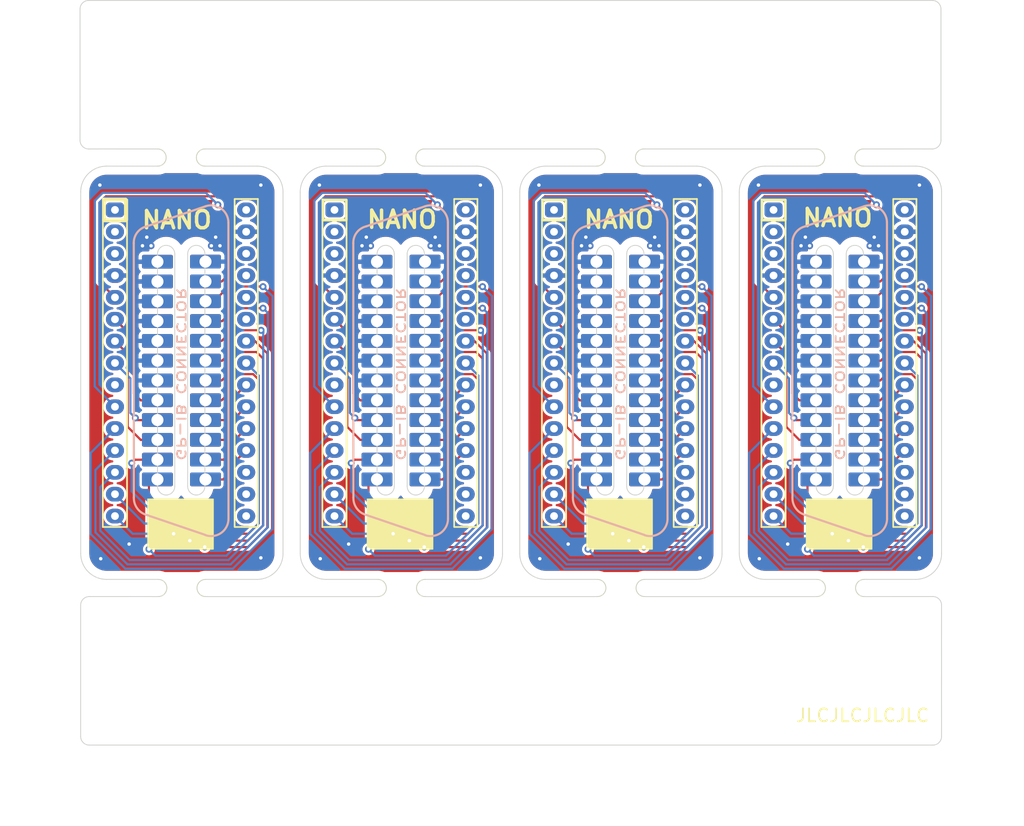
<source format=kicad_pcb>
(kicad_pcb (version 20211014) (generator pcbnew)
  (layers (0 "F.Cu" signal) (31 "B.Cu" signal) (34 "B.Paste" user) (35 "F.Paste" user) (36 "B.SilkS" user "B.Silkscreen") (37 "F.SilkS" user "F.Silkscreen") (38 "B.Mask" user) (39 "F.Mask" user) (44 "Edge.Cuts" user))
  (net 0 "")
  (net 1 "Net-(A1-Pad1)")
  (net 2 "Net-(A1-Pad17)")
  (net 3 "Net-(A1-Pad2)")
  (net 4 "Net-(A1-Pad18)")
  (net 5 "Net-(A1-Pad3)")
  (net 6 "/A0-DIO1")
  (net 7 "GND")
  (net 8 "/A1-DIO2")
  (net 9 "/D2-SRQ")
  (net 10 "/A2-DIO3")
  (net 11 "/D3-REN")
  (net 12 "/A3-DIO4")
  (net 13 "/D4-DIO7")
  (net 14 "/A4-DIO5")
  (net 15 "/D5-DIO8")
  (net 16 "/A5-DIO6")
  (net 17 "Net-(A1-Pad9)")
  (net 18 "Net-(A1-Pad25)")
  (net 19 "/D7-ATN")
  (net 20 "Net-(A1-Pad26)")
  (net 21 "/D8-IFC")
  (net 22 "Net-(A1-Pad27)")
  (net 23 "/D9-NDAC")
  (net 24 "Net-(A1-Pad28)")
  (net 25 "/D10-NRFD")
  (net 26 "/D11-DAV")
  (net 27 "Net-(A1-Pad30)")
  (net 28 "/D12-EOI")
  (net 29 "Net-(A1-Pad16)")
  (footprint "Module:Arduino_Nano" (layer "F.Cu") (at 99.455001 76.785001)
    (fp_text reference "A1" hide)
    (fp_text value "Arduino_Nano_v3.x")
  )
  (footprint "Arduino_GPIB_Adapter:Centronics_24Pin_Castelated" (layer "F.Cu") (at 107.15 95.45 -90)
    (fp_text reference "P1" hide)
    (fp_text value "GPIB")
    (fp_line (start 13.45 -0.75) (end -13.55 -0.75) (layer "Edge.Cuts") (width 0.1))
    (fp_line (start -13.55 -2.75) (end 13.45 -2.75) (layer "Edge.Cuts") (width 0.1))
    (fp_line (start -13.55 2.75) (end 13.45 2.75) (layer "Edge.Cuts") (width 0.1))
    (fp_line (start 13.45 0.75) (end -13.55 0.75) (layer "Edge.Cuts") (width 0.1))
    (fp_arc (start 13.45 -2.75) (mid 14.45 -1.75) (end 13.45 -0.75) (layer "Edge.Cuts") (width 0.1))
    (fp_arc (start -13.55 -0.75) (mid -14.55 -1.75) (end -13.55 -2.75) (layer "Edge.Cuts") (width 0.1))
    (fp_arc (start -13.55 2.75) (mid -14.55 1.75) (end -13.55 0.75) (layer "Edge.Cuts") (width 0.1))
    (fp_arc (start 13.45 0.75) (mid 14.45 1.75) (end 13.45 2.75) (layer "Edge.Cuts") (width 0.1))
  )
  (footprint "Arduino_GPIB_Adapter:mouse-bite-single-side" (layer "F.Cu") (at 158.91 70.7 180)
    (fp_text reference "mouse-bite-2mm-slot" hide)
    (fp_text value "VAL**" hide)
  )
  (footprint "Arduino_GPIB_Adapter:mouse-bite-single-side" (layer "F.Cu") (at 184.41 70.7 180)
    (fp_text reference "mouse-bite-2mm-slot" hide)
    (fp_text value "VAL**" hide)
  )
  (footprint "Module:Arduino_Nano" (layer "F.Cu") (at 150.455001 76.785001)
    (fp_text reference "A1" hide)
    (fp_text value "Arduino_Nano_v3.x")
  )
  (footprint "Arduino_GPIB_Adapter:Centronics_24Pin_Castelated" (layer "F.Cu") (at 132.65 95.45 -90)
    (fp_text reference "P1" hide)
    (fp_text value "GPIB")
    (fp_line (start -13.55 2.75) (end 13.45 2.75) (layer "Edge.Cuts") (width 0.1))
    (fp_line (start 13.45 -0.75) (end -13.55 -0.75) (layer "Edge.Cuts") (width 0.1))
    (fp_line (start 13.45 0.75) (end -13.55 0.75) (layer "Edge.Cuts") (width 0.1))
    (fp_line (start -13.55 -2.75) (end 13.45 -2.75) (layer "Edge.Cuts") (width 0.1))
    (fp_arc (start 13.45 0.75) (mid 14.45 1.75) (end 13.45 2.75) (layer "Edge.Cuts") (width 0.1))
    (fp_arc (start 13.45 -2.75) (mid 14.45 -1.75) (end 13.45 -0.75) (layer "Edge.Cuts") (width 0.1))
    (fp_arc (start -13.55 -0.75) (mid -14.55 -1.75) (end -13.55 -2.75) (layer "Edge.Cuts") (width 0.1))
    (fp_arc (start -13.55 2.75) (mid -14.55 1.75) (end -13.55 0.75) (layer "Edge.Cuts") (width 0.1))
  )
  (footprint "Arduino_GPIB_Adapter:mouse-bite-single-side" (layer "F.Cu") (at 157.48 120.7)
    (fp_text reference "mouse-bite-2mm-slot" hide)
    (fp_text value "VAL**" hide)
  )
  (footprint "Arduino_GPIB_Adapter:mouse-bite-single-side" (layer "F.Cu") (at 107.91 70.7 180)
    (fp_text reference "mouse-bite-2mm-slot" hide)
    (fp_text value "VAL**" hide)
  )
  (footprint "Arduino_GPIB_Adapter:mouse-bite-single-side" (layer "F.Cu") (at 182.98 120.7)
    (fp_text reference "mouse-bite-2mm-slot" hide)
    (fp_text value "VAL**" hide)
  )
  (footprint "Arduino_GPIB_Adapter:mouse-bite-single-side" (layer "F.Cu") (at 106.48 120.7)
    (fp_text reference "mouse-bite-2mm-slot" hide)
    (fp_text value "VAL**" hide)
  )
  (footprint "Arduino_GPIB_Adapter:mouse-bite-single-side" (layer "F.Cu") (at 131.98 120.7)
    (fp_text reference "mouse-bite-2mm-slot" hide)
    (fp_text value "VAL**" hide)
  )
  (footprint "Arduino_GPIB_Adapter:Centronics_24Pin_Castelated" (layer "F.Cu") (at 183.65 95.45 -90)
    (fp_text reference "P1" hide)
    (fp_text value "GPIB")
    (fp_line (start 13.45 -0.75) (end -13.55 -0.75) (layer "Edge.Cuts") (width 0.1))
    (fp_line (start -13.55 2.75) (end 13.45 2.75) (layer "Edge.Cuts") (width 0.1))
    (fp_line (start 13.45 0.75) (end -13.55 0.75) (layer "Edge.Cuts") (width 0.1))
    (fp_line (start -13.55 -2.75) (end 13.45 -2.75) (layer "Edge.Cuts") (width 0.1))
    (fp_arc (start -13.55 -0.75) (mid -14.55 -1.75) (end -13.55 -2.75) (layer "Edge.Cuts") (width 0.1))
    (fp_arc (start 13.45 -2.75) (mid 14.45 -1.75) (end 13.45 -0.75) (layer "Edge.Cuts") (width 0.1))
    (fp_arc (start -13.55 2.75) (mid -14.55 1.75) (end -13.55 0.75) (layer "Edge.Cuts") (width 0.1))
    (fp_arc (start 13.45 0.75) (mid 14.45 1.75) (end 13.45 2.75) (layer "Edge.Cuts") (width 0.1))
  )
  (footprint "Module:Arduino_Nano" (layer "F.Cu") (at 124.955001 76.785001)
    (fp_text reference "A1" hide)
    (fp_text value "Arduino_Nano_v3.x")
  )
  (footprint "Arduino_GPIB_Adapter:Centronics_24Pin_Castelated" (layer "F.Cu") (at 158.15 95.45 -90)
    (fp_text reference "P1" hide)
    (fp_text value "GPIB")
    (fp_line (start 13.45 -0.75) (end -13.55 -0.75) (layer "Edge.Cuts") (width 0.1))
    (fp_line (start -13.55 2.75) (end 13.45 2.75) (layer "Edge.Cuts") (width 0.1))
    (fp_line (start 13.45 0.75) (end -13.55 0.75) (layer "Edge.Cuts") (width 0.1))
    (fp_line (start -13.55 -2.75) (end 13.45 -2.75) (layer "Edge.Cuts") (width 0.1))
    (fp_arc (start 13.45 0.75) (mid 14.45 1.75) (end 13.45 2.75) (layer "Edge.Cuts") (width 0.1))
    (fp_arc (start -13.55 2.75) (mid -14.55 1.75) (end -13.55 0.75) (layer "Edge.Cuts") (width 0.1))
    (fp_arc (start 13.45 -2.75) (mid 14.45 -1.75) (end 13.45 -0.75) (layer "Edge.Cuts") (width 0.1))
    (fp_arc (start -13.55 -0.75) (mid -14.55 -1.75) (end -13.55 -2.75) (layer "Edge.Cuts") (width 0.1))
  )
  (footprint "Module:Arduino_Nano" (layer "F.Cu") (at 175.955001 76.785001)
    (fp_text reference "A1" hide)
    (fp_text value "Arduino_Nano_v3.x")
  )
  (footprint "Arduino_GPIB_Adapter:mouse-bite-single-side" (layer "F.Cu") (at 133.41 70.7 180)
    (fp_text reference "mouse-bite-2mm-slot" hide)
    (fp_text value "VAL**" hide)
  )
  (gr_rect (start 98.175001 75.565001) (end 100.7 78.02) (layer "F.SilkS") (width 0.4) (fill none))
  (gr_arc (start 98.475 119.7) (mid 96.35368 118.82132) (end 95.475 116.7) (layer "Edge.Cuts") (width 0.1))
  (gr_arc (start 186.49 121.7) (mid 185.49 120.7) (end 186.49 119.7) (layer "Edge.Cuts") (width 0.1))
  (gr_line (start 160.91 69.7) (end 180.9 69.7) (layer "Edge.Cuts") (width 0.1))
  (gr_line (start 95.47 137.95) (end 95.470001 122.697106) (layer "Edge.Cuts") (width 0.1))
  (gr_line (start 166.975 71.7) (end 160.91 71.7) (layer "Edge.Cuts") (width 0.1))
  (gr_line (start 174.975 119.7) (end 180.98 119.7) (layer "Edge.Cuts") (width 0.1))
  (gr_line (start 160.99 121.7) (end 180.98 121.7) (layer "Edge.Cuts") (width 0.1))
  (gr_line (start 109.99 121.7) (end 129.98 121.7) (layer "Edge.Cuts") (width 0.1))
  (gr_arc (start 109.91 71.7) (mid 108.91 70.7) (end 109.91 69.7) (layer "Edge.Cuts") (width 0.1))
  (gr_arc (start 195.399999 68.702894) (mid 195.107105 69.41) (end 194.399999 69.702894) (layer "Edge.Cuts") (width 0.1))
  (gr_line (start 155.4 71.7) (end 149.475 71.7) (layer "Edge.Cuts") (width 0.1))
  (gr_arc (start 135.49 121.7) (mid 134.49 120.7) (end 135.49 119.7) (layer "Edge.Cuts") (width 0.1))
  (gr_arc (start 146.475 74.7) (mid 147.35368 72.57868) (end 149.475 71.7) (layer "Edge.Cuts") (width 0.1))
  (gr_line (start 149.475 119.7) (end 155.48 119.7) (layer "Edge.Cuts") (width 0.1))
  (gr_line (start 195.472894 122.697107) (end 195.47 137.95) (layer "Edge.Cuts") (width 0.1))
  (gr_arc (start 171.975 74.7) (mid 172.85368 72.57868) (end 174.975 71.7) (layer "Edge.Cuts") (width 0.1))
  (gr_arc (start 141.475 71.7) (mid 143.59632 72.57868) (end 144.475 74.7) (layer "Edge.Cuts") (width 0.1))
  (gr_line (start 115.975 71.7) (end 109.91 71.7) (layer "Edge.Cuts") (width 0.1))
  (gr_arc (start 192.475 71.7) (mid 194.59632 72.57868) (end 195.475 74.7) (layer "Edge.Cuts") (width 0.1))
  (gr_line (start 135.49 119.7) (end 141.475 119.7) (layer "Edge.Cuts") (width 0.1))
  (gr_line (start 95.397106 68.702893) (end 95.4 53.45) (layer "Edge.Cuts") (width 0.1))
  (gr_line (start 96.397106 69.702893) (end 104.4 69.7) (layer "Edge.Cuts") (width 0.1))
  (gr_arc (start 180.98 119.7) (mid 181.98 120.7) (end 180.98 121.7) (layer "Edge.Cuts") (width 0.1))
  (gr_line (start 171.975 74.7) (end 171.975 116.7) (layer "Edge.Cuts") (width 0.1))
  (gr_line (start 194.472894 121.697107) (end 186.49 121.7) (layer "Edge.Cuts") (width 0.1))
  (gr_arc (start 129.98 119.7) (mid 130.98 120.7) (end 129.98 121.7) (layer "Edge.Cuts") (width 0.1))
  (gr_arc (start 186.41 71.7) (mid 185.41 70.7) (end 186.41 69.7) (layer "Edge.Cuts") (width 0.1))
  (gr_line (start 120.975 74.7) (end 120.975 116.7) (layer "Edge.Cuts") (width 0.1))
  (gr_arc (start 104.4 69.7) (mid 105.4 70.7) (end 104.4 71.7) (layer "Edge.Cuts") (width 0.1))
  (gr_line (start 109.99 119.7) (end 115.975 119.7) (layer "Edge.Cuts") (width 0.1))
  (gr_arc (start 169.975 116.7) (mid 169.09632 118.82132) (end 166.975 119.7) (layer "Edge.Cuts") (width 0.1))
  (gr_arc (start 149.475 119.7) (mid 147.35368 118.82132) (end 146.475 116.7) (layer "Edge.Cuts") (width 0.1))
  (gr_line (start 169.975 116.7) (end 169.975 74.7) (layer "Edge.Cuts") (width 0.1))
  (gr_arc (start 174.975 119.7) (mid 172.85368 118.82132) (end 171.975 116.7) (layer "Edge.Cuts") (width 0.1))
  (gr_line (start 186.49 119.7) (end 192.475 119.7) (layer "Edge.Cuts") (width 0.1))
  (gr_line (start 195.4 53.45) (end 195.399999 68.702894) (layer "Edge.Cuts") (width 0.1))
  (gr_arc (start 95.470001 122.697106) (mid 95.762895 121.99) (end 96.470001 121.697106) (layer "Edge.Cuts") (width 0.1))
  (gr_arc (start 95.475 74.7) (mid 96.35368 72.57868) (end 98.475 71.7) (layer "Edge.Cuts") (width 0.1))
  (gr_line (start 135.49 121.7) (end 155.48 121.7) (layer "Edge.Cuts") (width 0.1))
  (gr_arc (start 118.975 116.7) (mid 118.09632 118.82132) (end 115.975 119.7) (layer "Edge.Cuts") (width 0.1))
  (gr_arc (start 155.4 69.7) (mid 156.4 70.7) (end 155.4 71.7) (layer "Edge.Cuts") (width 0.1))
  (gr_line (start 104.48 121.7) (end 96.470001 121.697106) (layer "Edge.Cuts") (width 0.1))
  (gr_line (start 146.475 74.7) (end 146.475 116.7) (layer "Edge.Cuts") (width 0.1))
  (gr_arc (start 180.9 69.7) (mid 181.9 70.7) (end 180.9 71.7) (layer "Edge.Cuts") (width 0.1))
  (gr_arc (start 160.99 121.7) (mid 159.99 120.7) (end 160.99 119.7) (layer "Edge.Cuts") (width 0.1))
  (gr_line (start 186.41 69.7) (end 194.399999 69.702894) (layer "Edge.Cuts") (width 0.1))
  (gr_line (start 109.91 69.7) (end 129.9 69.7) (layer "Edge.Cuts") (width 0.1))
  (gr_line (start 192.475 71.7) (end 186.41 71.7) (layer "Edge.Cuts") (width 0.1))
  (gr_line (start 135.41 69.7) (end 155.4 69.7) (layer "Edge.Cuts") (width 0.1))
  (gr_arc (start 96.47 138.95) (mid 95.762894 138.657106) (end 95.47 137.95) (layer "Edge.Cuts") (width 0.1))
  (gr_line (start 194.47 138.95) (end 96.47 138.95) (layer "Edge.Cuts") (width 0.1))
  (gr_arc (start 195.475 116.7) (mid 194.59632 118.82132) (end 192.475 119.7) (layer "Edge.Cuts") (width 0.1))
  (gr_line (start 95.475 74.7) (end 95.475 116.7) (layer "Edge.Cuts") (width 0.1))
  (gr_arc (start 195.47 137.95) (mid 195.177106 138.657106) (end 194.47 138.95) (layer "Edge.Cuts") (width 0.1))
  (gr_arc (start 95.4 53.45) (mid 95.692894 52.742894) (end 96.4 52.45) (layer "Edge.Cuts") (width 0.1))
  (gr_arc (start 144.475 116.7) (mid 143.59632 118.82132) (end 141.475 119.7) (layer "Edge.Cuts") (width 0.1))
  (gr_line (start 123.975 119.7) (end 129.98 119.7) (layer "Edge.Cuts") (width 0.1))
  (gr_arc (start 104.48 119.7) (mid 105.48 120.7) (end 104.48 121.7) (layer "Edge.Cuts") (width 0.1))
  (gr_line (start 180.9 71.7) (end 174.975 71.7) (layer "Edge.Cuts") (width 0.1))
  (gr_arc (start 96.397106 69.702893) (mid 95.69 69.409999) (end 95.397106 68.702893) (layer "Edge.Cuts") (width 0.1))
  (gr_arc (start 120.975 74.7) (mid 121.85368 72.57868) (end 123.975 71.7) (layer "Edge.Cuts") (width 0.1))
  (gr_line (start 195.475 116.7) (end 195.475 74.7) (layer "Edge.Cuts") (width 0.1))
  (gr_line (start 141.475 71.7) (end 135.41 71.7) (layer "Edge.Cuts") (width 0.1))
  (gr_arc (start 194.4 52.45) (mid 195.107106 52.742894) (end 195.4 53.45) (layer "Edge.Cuts") (width 0.1))
  (gr_line (start 96.4 52.45) (end 194.4 52.45) (layer "Edge.Cuts") (width 0.1))
  (gr_arc (start 166.975 71.7) (mid 169.09632 72.57868) (end 169.975 74.7) (layer "Edge.Cuts") (width 0.1))
  (gr_line (start 129.9 71.7) (end 123.975 71.7) (layer "Edge.Cuts") (width 0.1))
  (gr_arc (start 129.9 69.7) (mid 130.9 70.7) (end 129.9 71.7) (layer "Edge.Cuts") (width 0.1))
  (gr_arc (start 155.48 119.7) (mid 156.48 120.7) (end 155.48 121.7) (layer "Edge.Cuts") (width 0.1))
  (gr_arc (start 160.91 71.7) (mid 159.91 70.7) (end 160.91 69.7) (layer "Edge.Cuts") (width 0.1))
  (gr_arc (start 135.41 71.7) (mid 134.41 70.7) (end 135.41 69.7) (layer "Edge.Cuts") (width 0.1))
  (gr_arc (start 115.975 71.7) (mid 118.09632 72.57868) (end 118.975 74.7) (layer "Edge.Cuts") (width 0.1))
  (gr_line (start 160.99 119.7) (end 166.975 119.7) (layer "Edge.Cuts") (width 0.1))
  (gr_arc (start 109.99 121.7) (mid 108.99 120.7) (end 109.99 119.7) (layer "Edge.Cuts") (width 0.1))
  (gr_arc (start 123.975 119.7) (mid 121.85368 118.82132) (end 120.975 116.7) (layer "Edge.Cuts") (width 0.1))
  (gr_line (start 118.975 116.7) (end 118.975 74.7) (layer "Edge.Cuts") (width 0.1))
  (gr_line (start 104.4 71.7) (end 98.475 71.7) (layer "Edge.Cuts") (width 0.1))
  (gr_line (start 144.475 116.7) (end 144.475 74.7) (layer "Edge.Cuts") (width 0.1))
  (gr_line (start 98.475 119.7) (end 104.48 119.7) (layer "Edge.Cuts") (width 0.1))
  (gr_arc (start 194.472894 121.697107) (mid 195.18 121.990001) (end 195.472894 122.697107) (layer "Edge.Cuts") (width 0.1))
  (gr_text "GP-IB CONNECTOR" (at 107.12 95.87 270) (layer "B.SilkS") (effects (font (size 1 1.4) (thickness 0.2)) (justify mirror)))
  (gr_text "GP-IB CONNECTOR" (at 158.12 95.87 270) (layer "B.SilkS") (effects (font (size 1 1.4) (thickness 0.2)) (justify mirror)))
  (gr_text "GP-IB CONNECTOR" (at 132.62 95.87 270) (layer "B.SilkS") (effects (font (size 1 1.4) (thickness 0.2)) (justify mirror)))
  (gr_text "GP-IB CONNECTOR" (at 183.62 95.87 270) (layer "B.SilkS") (effects (font (size 1 1.4) (thickness 0.2)) (justify mirror)))
  (gr_text "NANO" (at 106.65 77.95) (layer "F.SilkS") (effects (font (size 2 2) (thickness 0.4))))
  (gr_text "JLCJLCJLCJLC" (at 186.3 135.5) (layer "F.SilkS") (effects (font (size 1.5 1.5) (thickness 0.2))))
  (gr_text "NANO" (at 183.4 77.7) (layer "F.SilkS") (effects (font (size 2 2) (thickness 0.4))))
  (gr_text "NANO" (at 132.8 77.9) (layer "F.SilkS") (effects (font (size 2 2) (thickness 0.4))))
  (gr_text "NANO" (at 158 77.9) (layer "F.SilkS") (effects (font (size 2 2) (thickness 0.4))))
  (segment (start 187.4 108.1) (end 188.5 108.1) (width 0.25) (layer "F.Cu") (net 6))
  (segment (start 188.5 108.1) (end 189.4 107.2) (width 0.25) (layer "F.Cu") (net 6))
  (segment (start 138.4 106.520002) (end 140.195001 104.725001) (width 0.25) (layer "F.Cu") (net 6))
  (segment (start 112.9 107.2) (end 112.9 106.520002) (width 0.25) (layer "F.Cu") (net 6))
  (segment (start 112.9 106.520002) (end 114.695001 104.725001) (width 0.25) (layer "F.Cu") (net 6))
  (segment (start 112 108.1) (end 112.9 107.2) (width 0.25) (layer "F.Cu") (net 6))
  (segment (start 137.5 108.1) (end 138.4 107.2) (width 0.25) (layer "F.Cu") (net 6))
  (segment (start 189.4 106.520002) (end 191.195001 104.725001) (width 0.25) (layer "F.Cu") (net 6))
  (segment (start 163 108.1) (end 163.9 107.2) (width 0.25) (layer "F.Cu") (net 6))
  (segment (start 138.4 107.2) (end 138.4 106.520002) (width 0.25) (layer "F.Cu") (net 6))
  (segment (start 163.9 107.2) (end 163.9 106.520002) (width 0.25) (layer "F.Cu") (net 6))
  (segment (start 110.9 108.1) (end 112 108.1) (width 0.25) (layer "F.Cu") (net 6))
  (segment (start 161.9 108.1) (end 163 108.1) (width 0.25) (layer "F.Cu") (net 6))
  (segment (start 163.9 106.520002) (end 165.695001 104.725001) (width 0.25) (layer "F.Cu") (net 6))
  (segment (start 189.4 107.2) (end 189.4 106.520002) (width 0.25) (layer "F.Cu") (net 6))
  (segment (start 136.4 108.1) (end 137.5 108.1) (width 0.25) (layer "F.Cu") (net 6))
  (via (at 187.65 79.95) (size 0.8) (drill 0.4) (layers "F.Cu" "B.Cu") (net 7))
  (via (at 153.65 80.95) (size 0.8) (drill 0.4) (layers "F.Cu" "B.Cu") (net 7))
  (via (at 179.65 79.95) (size 0.8) (drill 0.4) (layers "F.Cu" "B.Cu") (net 7))
  (via (at 111.65 80.95) (size 0.8) (drill 0.4) (layers "F.Cu" "B.Cu") (net 7))
  (via (at 136.15 80.95) (size 0.8) (drill 0.4) (layers "F.Cu" "B.Cu") (net 7))
  (via (at 154.65 80.95) (size 0.8) (drill 0.4) (layers "F.Cu" "B.Cu") (net 7))
  (via (at 162.65 80.95) (size 0.8) (drill 0.4) (layers "F.Cu" "B.Cu") (net 7))
  (via (at 174.3 117.3) (size 0.8) (drill 0.4) (layers "F.Cu" "B.Cu") (net 7))
  (via (at 192.9 117.2) (size 0.8) (drill 0.4) (layers "F.Cu" "B.Cu") (net 7))
  (via (at 97.7 73.9) (size 0.8) (drill 0.4) (layers "F.Cu" "B.Cu") (net 7))
  (via (at 110.65 80.95) (size 0.8) (drill 0.4) (layers "F.Cu" "B.Cu") (net 7))
  (via (at 192.9 73.9) (size 0.8) (drill 0.4) (layers "F.Cu" "B.Cu") (net 7))
  (via (at 180.15 80.95) (size 0.8) (drill 0.4) (layers "F.Cu" "B.Cu") (net 7))
  (via (at 167.4 117.2) (size 0.8) (drill 0.4) (layers "F.Cu" "B.Cu") (net 7))
  (via (at 128.65 79.95) (size 0.8) (drill 0.4) (layers "F.Cu" "B.Cu") (net 7))
  (via (at 123.3 117.3) (size 0.8) (drill 0.4) (layers "F.Cu" "B.Cu") (net 7))
  (via (at 111.15 79.95) (size 0.8) (drill 0.4) (layers "F.Cu" "B.Cu") (net 7))
  (via (at 161.65 80.95) (size 0.8) (drill 0.4) (layers "F.Cu" "B.Cu") (net 7))
  (via (at 136.65 79.95) (size 0.8) (drill 0.4) (layers "F.Cu" "B.Cu") (net 7))
  (via (at 154.15 79.95) (size 0.8) (drill 0.4) (layers "F.Cu" "B.Cu") (net 7))
  (via (at 103.15 79.95) (size 0.8) (drill 0.4) (layers "F.Cu" "B.Cu") (net 7))
  (via (at 128.15 80.95) (size 0.8) (drill 0.4) (layers "F.Cu" "B.Cu") (net 7))
  (via (at 116.4 117.2) (size 0.8) (drill 0.4) (layers "F.Cu" "B.Cu") (net 7))
  (via (at 126.6 115.6) (size 0.8) (drill 0.4) (layers "F.Cu" "B.Cu") (net 7))
  (via (at 152.1 115.6) (size 0.8) (drill 0.4) (layers "F.Cu" "B.Cu") (net 7))
  (via (at 148.7 73.9) (size 0.8) (drill 0.4) (layers "F.Cu" "B.Cu") (net 7))
  (via (at 188.15 80.95) (size 0.8) (drill 0.4) (layers "F.Cu" "B.Cu") (net 7))
  (via (at 123.2 73.9) (size 0.8) (drill 0.4) (layers "F.Cu" "B.Cu") (net 7))
  (via (at 101.1 115.6) (size 0.8) (drill 0.4) (layers "F.Cu" "B.Cu") (net 7))
  (via (at 167.4 73.9) (size 0.8) (drill 0.4) (layers "F.Cu" "B.Cu") (net 7))
  (via (at 177.6 115.6) (size 0.8) (drill 0.4) (layers "F.Cu" "B.Cu") (net 7))
  (via (at 174.2 73.9) (size 0.8) (drill 0.4) (layers "F.Cu" "B.Cu") (net 7))
  (via (at 137.15 80.95) (size 0.8) (drill 0.4) (layers "F.Cu" "B.Cu") (net 7))
  (via (at 116.4 73.9) (size 0.8) (drill 0.4) (layers "F.Cu" "B.Cu") (net 7))
  (via (at 129.15 80.95) (size 0.8) (drill 0.4) (layers "F.Cu" "B.Cu") (net 7))
  (via (at 187.15 80.95) (size 0.8) (drill 0.4) (layers "F.Cu" "B.Cu") (net 7))
  (via (at 141.9 117.2) (size 0.8) (drill 0.4) (layers "F.Cu" "B.Cu") (net 7))
  (via (at 141.9 73.9) (size 0.8) (drill 0.4) (layers "F.Cu" "B.Cu") (net 7))
  (via (at 97.8 117.3) (size 0.8) (drill 0.4) (layers "F.Cu" "B.Cu") (net 7))
  (via (at 148.8 117.3) (size 0.8) (drill 0.4) (layers "F.Cu" "B.Cu") (net 7))
  (via (at 103.65 80.95) (size 0.8) (drill 0.4) (layers "F.Cu" "B.Cu") (net 7))
  (via (at 179.15 80.95) (size 0.8) (drill 0.4) (layers "F.Cu" "B.Cu") (net 7))
  (via (at 162.15 79.95) (size 0.8) (drill 0.4) (layers "F.Cu" "B.Cu") (net 7))
  (via (at 102.65 80.95) (size 0.8) (drill 0.4) (layers "F.Cu" "B.Cu") (net 7))
  (segment (start 163.9 103.980002) (end 165.695001 102.185001) (width 0.25) (layer "F.Cu") (net 8))
  (segment (start 112.9 103.980002) (end 114.695001 102.185001) (width 0.25) (layer "F.Cu") (net 8))
  (segment (start 161.9 105.8) (end 163.05 105.8) (width 0.25) (layer "F.Cu") (net 8))
  (segment (start 112.9 104.95) (end 112.9 103.980002) (width 0.25) (layer "F.Cu") (net 8))
  (segment (start 163.05 105.8) (end 163.9 104.95) (width 0.25) (layer "F.Cu") (net 8))
  (segment (start 189.4 103.980002) (end 191.195001 102.185001) (width 0.25) (layer "F.Cu") (net 8))
  (segment (start 188.55 105.8) (end 189.4 104.95) (width 0.25) (layer "F.Cu") (net 8))
  (segment (start 138.4 103.980002) (end 140.195001 102.185001) (width 0.25) (layer "F.Cu") (net 8))
  (segment (start 187.4 105.8) (end 188.55 105.8) (width 0.25) (layer "F.Cu") (net 8))
  (segment (start 136.4 105.8) (end 137.55 105.8) (width 0.25) (layer "F.Cu") (net 8))
  (segment (start 137.55 105.8) (end 138.4 104.95) (width 0.25) (layer "F.Cu") (net 8))
  (segment (start 138.4 104.95) (end 138.4 103.980002) (width 0.25) (layer "F.Cu") (net 8))
  (segment (start 163.9 104.95) (end 163.9 103.980002) (width 0.25) (layer "F.Cu") (net 8))
  (segment (start 112.05 105.8) (end 112.9 104.95) (width 0.25) (layer "F.Cu") (net 8))
  (segment (start 110.9 105.8) (end 112.05 105.8) (width 0.25) (layer "F.Cu") (net 8))
  (segment (start 189.4 104.95) (end 189.4 103.980002) (width 0.25) (layer "F.Cu") (net 8))
  (segment (start 138.4 85.45) (end 138.4 76.45) (width 0.25) (layer "F.Cu") (net 9))
  (segment (start 98.4 75.2) (end 97.65 75.95) (width 0.25) (layer "F.Cu") (net 9))
  (segment (start 112.9 85.45) (end 112.9 76.45) (width 0.25) (layer "F.Cu") (net 9))
  (segment (start 110.9 87.4) (end 110.95 87.4) (width 0.25) (layer "F.Cu") (net 9))
  (segment (start 136.45 87.4) (end 138.4 85.45) (width 0.25) (layer "F.Cu") (net 9))
  (segment (start 97.65 75.95) (end 97.65 85.14) (width 0.25) (layer "F.Cu") (net 9))
  (segment (start 136.4 87.4) (end 136.45 87.4) (width 0.25) (layer "F.Cu") (net 9))
  (segment (start 174.15 85.14) (end 175.955001 86.945001) (width 0.25) (layer "F.Cu") (net 9))
  (segment (start 187.4 87.4) (end 187.45 87.4) (width 0.25) (layer "F.Cu") (net 9))
  (segment (start 112.9 76.45) (end 111.65 75.2) (width 0.25) (layer "F.Cu") (net 9))
  (segment (start 148.65 75.95) (end 148.65 85.14) (width 0.25) (layer "F.Cu") (net 9))
  (segment (start 163.9 76.45) (end 162.65 75.2) (width 0.25) (layer "F.Cu") (net 9))
  (segment (start 174.9 75.2) (end 174.15 75.95) (width 0.25) (layer "F.Cu") (net 9))
  (segment (start 161.95 87.4) (end 163.9 85.45) (width 0.25) (layer "F.Cu") (net 9))
  (segment (start 123.15 75.95) (end 123.15 85.14) (width 0.25) (layer "F.Cu") (net 9))
  (segment (start 162.65 75.2) (end 149.4 75.2) (width 0.25) (layer "F.Cu") (net 9))
  (segment (start 137.15 75.2) (end 123.9 75.2) (width 0.25) (layer "F.Cu") (net 9))
  (segment (start 161.9 87.4) (end 161.95 87.4) (width 0.25) (layer "F.Cu") (net 9))
  (segment (start 97.65 85.14) (end 99.455001 86.945001) (width 0.25) (layer "F.Cu") (net 9))
  (segment (start 148.65 85.14) (end 150.455001 86.945001) (width 0.25) (layer "F.Cu") (net 9))
  (segment (start 188.15 75.2) (end 174.9 75.2) (width 0.25) (layer "F.Cu") (net 9))
  (segment (start 138.4 76.45) (end 137.15 75.2) (width 0.25) (layer "F.Cu") (net 9))
  (segment (start 189.4 85.45) (end 189.4 76.45) (width 0.25) (layer "F.Cu") (net 9))
  (segment (start 123.9 75.2) (end 123.15 75.95) (width 0.25) (layer "F.Cu") (net 9))
  (segment (start 189.4 76.45) (end 188.15 75.2) (width 0.25) (layer "F.Cu") (net 9))
  (segment (start 163.9 85.45) (end 163.9 76.45) (width 0.25) (layer "F.Cu") (net 9))
  (segment (start 111.65 75.2) (end 98.4 75.2) (width 0.25) (layer "F.Cu") (net 9))
  (segment (start 123.15 85.14) (end 124.955001 86.945001) (width 0.25) (layer "F.Cu") (net 9))
  (segment (start 174.15 75.95) (end 174.15 85.14) (width 0.25) (layer "F.Cu") (net 9))
  (segment (start 149.4 75.2) (end 148.65 75.95) (width 0.25) (layer "F.Cu") (net 9))
  (segment (start 187.45 87.4) (end 189.4 85.45) (width 0.25) (layer "F.Cu") (net 9))
  (segment (start 110.95 87.4) (end 112.9 85.45) (width 0.25) (layer "F.Cu") (net 9))
  (segment (start 110.9 103.5) (end 112.1 103.5) (width 0.25) (layer "F.Cu") (net 10))
  (segment (start 189.4 102.7) (end 189.4 101.440002) (width 0.25) (layer "F.Cu") (net 10))
  (segment (start 163.9 102.7) (end 163.9 101.440002) (width 0.25) (layer "F.Cu") (net 10))
  (segment (start 112.1 103.5) (end 112.9 102.7) (width 0.25) (layer "F.Cu") (net 10))
  (segment (start 136.4 103.5) (end 137.6 103.5) (width 0.25) (layer "F.Cu") (net 10))
  (segment (start 188.6 103.5) (end 189.4 102.7) (width 0.25) (layer "F.Cu") (net 10))
  (segment (start 138.4 102.7) (end 138.4 101.440002) (width 0.25) (layer "F.Cu") (net 10))
  (segment (start 163.1 103.5) (end 163.9 102.7) (width 0.25) (layer "F.Cu") (net 10))
  (segment (start 112.9 101.440002) (end 114.695001 99.645001) (width 0.25) (layer "F.Cu") (net 10))
  (segment (start 163.9 101.440002) (end 165.695001 99.645001) (width 0.25) (layer "F.Cu") (net 10))
  (segment (start 112.9 102.7) (end 112.9 101.440002) (width 0.25) (layer "F.Cu") (net 10))
  (segment (start 187.4 103.5) (end 188.6 103.5) (width 0.25) (layer "F.Cu") (net 10))
  (segment (start 189.4 101.440002) (end 191.195001 99.645001) (width 0.25) (layer "F.Cu") (net 10))
  (segment (start 137.6 103.5) (end 138.4 102.7) (width 0.25) (layer "F.Cu") (net 10))
  (segment (start 161.9 103.5) (end 163.1 103.5) (width 0.25) (layer "F.Cu") (net 10))
  (segment (start 138.4 101.440002) (end 140.195001 99.645001) (width 0.25) (layer "F.Cu") (net 10))
  (segment (start 175.955001 89.485001) (end 176.755 90.285) (width 0.25) (layer "F.Cu") (net 11))
  (segment (start 178.95 98.9) (end 178.15 98.1) (width 0.25) (layer "F.Cu") (net 11))
  (segment (start 153.45 98.9) (end 152.65 98.1) (width 0.25) (layer "F.Cu") (net 11))
  (segment (start 100.255 90.305) (end 101.65 91.7) (width 0.25) (layer "F.Cu") (net 11))
  (segment (start 176.755 90.305) (end 178.15 91.7) (width 0.25) (layer "F.Cu") (net 11))
  (segment (start 152.65 98.1) (end 152.65 91.7) (width 0.25) (layer "F.Cu") (net 11))
  (segment (start 154.4 98.9) (end 153.45 98.9) (width 0.25) (layer "F.Cu") (net 11))
  (segment (start 176.755 90.285) (end 176.755 90.305) (width 0.25) (layer "F.Cu") (net 11))
  (segment (start 127.15 98.1) (end 127.15 91.7) (width 0.25) (layer "F.Cu") (net 11))
  (segment (start 151.255 90.285) (end 151.255 90.305) (width 0.25) (layer "F.Cu") (net 11))
  (segment (start 99.455001 89.485001) (end 100.255 90.285) (width 0.25) (layer "F.Cu") (net 11))
  (segment (start 101.65 98.1) (end 101.65 91.7) (width 0.25) (layer "F.Cu") (net 11))
  (segment (start 125.755 90.305) (end 127.15 91.7) (width 0.25) (layer "F.Cu") (net 11))
  (segment (start 125.755 90.285) (end 125.755 90.305) (width 0.25) (layer "F.Cu") (net 11))
  (segment (start 128.9 98.9) (end 127.95 98.9) (width 0.25) (layer "F.Cu") (net 11))
  (segment (start 150.455001 89.485001) (end 151.255 90.285) (width 0.25) (layer "F.Cu") (net 11))
  (segment (start 178.15 98.1) (end 178.15 91.7) (width 0.25) (layer "F.Cu") (net 11))
  (segment (start 103.4 98.9) (end 102.45 98.9) (width 0.25) (layer "F.Cu") (net 11))
  (segment (start 124.955001 89.485001) (end 125.755 90.285) (width 0.25) (layer "F.Cu") (net 11))
  (segment (start 151.255 90.305) (end 152.65 91.7) (width 0.25) (layer "F.Cu") (net 11))
  (segment (start 102.45 98.9) (end 101.65 98.1) (width 0.25) (layer "F.Cu") (net 11))
  (segment (start 127.95 98.9) (end 127.15 98.1) (width 0.25) (layer "F.Cu") (net 11))
  (segment (start 179.9 98.9) (end 178.95 98.9) (width 0.25) (layer "F.Cu") (net 11))
  (segment (start 100.255 90.285) (end 100.255 90.305) (width 0.25) (layer "F.Cu") (net 11))
  (segment (start 138.4 100.45) (end 138.4 98.900002) (width 0.25) (layer "F.Cu") (net 12))
  (segment (start 112.15 101.2) (end 112.9 100.45) (width 0.25) (layer "F.Cu") (net 12))
  (segment (start 187.4 101.2) (end 188.65 101.2) (width 0.25) (layer "F.Cu") (net 12))
  (segment (start 163.9 100.45) (end 163.9 98.900002) (width 0.25) (layer "F.Cu") (net 12))
  (segment (start 163.15 101.2) (end 163.9 100.45) (width 0.25) (layer "F.Cu") (net 12))
  (segment (start 189.4 98.900002) (end 191.195001 97.105001) (width 0.25) (layer "F.Cu") (net 12))
  (segment (start 110.9 101.2) (end 112.15 101.2) (width 0.25) (layer "F.Cu") (net 12))
  (segment (start 112.9 98.900002) (end 114.695001 97.105001) (width 0.25) (layer "F.Cu") (net 12))
  (segment (start 188.65 101.2) (end 189.4 100.45) (width 0.25) (layer "F.Cu") (net 12))
  (segment (start 112.9 100.45) (end 112.9 98.900002) (width 0.25) (layer "F.Cu") (net 12))
  (segment (start 136.4 101.2) (end 137.65 101.2) (width 0.25) (layer "F.Cu") (net 12))
  (segment (start 189.4 100.45) (end 189.4 98.900002) (width 0.25) (layer "F.Cu") (net 12))
  (segment (start 138.4 98.900002) (end 140.195001 97.105001) (width 0.25) (layer "F.Cu") (net 12))
  (segment (start 161.9 101.2) (end 163.15 101.2) (width 0.25) (layer "F.Cu") (net 12))
  (segment (start 137.65 101.2) (end 138.4 100.45) (width 0.25) (layer "F.Cu") (net 12))
  (segment (start 163.9 98.900002) (end 165.695001 97.105001) (width 0.25) (layer "F.Cu") (net 12))
  (segment (start 154.4 103.5) (end 153.45 103.5) (width 0.25) (layer "F.Cu") (net 13))
  (segment (start 153.45 103.5) (end 151.935 101.985) (width 0.25) (layer "F.Cu") (net 13))
  (segment (start 178.95 103.5) (end 177.435 101.985) (width 0.25) (layer "F.Cu") (net 13))
  (segment (start 99.455001 92.025001) (end 100.935 93.505) (width 0.25) (layer "F.Cu") (net 13))
  (segment (start 179.9 103.5) (end 178.95 103.5) (width 0.25) (layer "F.Cu") (net 13))
  (segment (start 127.95 103.5) (end 126.435 101.985) (width 0.25) (layer "F.Cu") (net 13))
  (segment (start 126.435 101.985) (end 126.435 93.505) (width 0.25) (layer "F.Cu") (net 13))
  (segment (start 103.4 103.5) (end 102.45 103.5) (width 0.25) (layer "F.Cu") (net 13))
  (segment (start 124.955001 92.025001) (end 126.435 93.505) (width 0.25) (layer "F.Cu") (net 13))
  (segment (start 177.435 101.985) (end 177.435 93.505) (width 0.25) (layer "F.Cu") (net 13))
  (segment (start 150.455001 92.025001) (end 151.935 93.505) (width 0.25) (layer "F.Cu") (net 13))
  (segment (start 175.955001 92.025001) (end 177.435 93.505) (width 0.25) (layer "F.Cu") (net 13))
  (segment (start 128.9 103.5) (end 127.95 103.5) (width 0.25) (layer "F.Cu") (net 13))
  (segment (start 100.935 101.985) (end 100.935 93.505) (width 0.25) (layer "F.Cu") (net 13))
  (segment (start 102.45 103.5) (end 100.935 101.985) (width 0.25) (layer "F.Cu") (net 13))
  (segment (start 151.935 101.985) (end 151.935 93.505) (width 0.25) (layer "F.Cu") (net 13))
  (segment (start 128.9 108.1) (end 128.9 116.2) (width 0.25) (layer "F.Cu") (net 14))
  (segment (start 154.4 108.1) (end 154.4 116.2) (width 0.25) (layer "F.Cu") (net 14))
  (segment (start 103.4 108.1) (end 103.4 116.2) (width 0.25) (layer "F.Cu") (net 14))
  (segment (start 179.9 108.1) (end 179.9 116.2) (width 0.25) (layer "F.Cu") (net 14))
  (via (at 103.4 116.2) (size 0.8) (drill 0.4) (layers "F.Cu" "B.Cu") (net 14))
  (via (at 154.4 116.2) (size 0.8) (drill 0.4) (layers "F.Cu" "B.Cu") (net 14))
  (via (at 128.9 116.2) (size 0.8) (drill 0.4) (layers "F.Cu" "B.Cu") (net 14))
  (via (at 179.9 116.2) (size 0.8) (drill 0.4) (layers "F.Cu" "B.Cu") (net 14))
  (segment (start 180.65 116.95) (end 188.9 116.95) (width 0.25) (layer "B.Cu") (net 14))
  (segment (start 137.9 116.95) (end 141.66 113.19) (width 0.25) (layer "B.Cu") (net 14))
  (segment (start 192.66 113.19) (end 192.66 96.03) (width 0.25) (layer "B.Cu") (net 14))
  (segment (start 116.16 113.19) (end 116.16 96.03) (width 0.25) (layer "B.Cu") (net 14))
  (segment (start 179.9 116.2) (end 180.65 116.95) (width 0.25) (layer "B.Cu") (net 14))
  (segment (start 141.66 96.03) (end 140.195001 94.565001) (width 0.25) (layer "B.Cu") (net 14))
  (segment (start 112.4 116.95) (end 116.16 113.19) (width 0.25) (layer "B.Cu") (net 14))
  (segment (start 155.15 116.95) (end 163.4 116.95) (width 0.25) (layer "B.Cu") (net 14))
  (segment (start 128.9 116.2) (end 129.65 116.95) (width 0.25) (layer "B.Cu") (net 14))
  (segment (start 154.4 116.2) (end 155.15 116.95) (width 0.25) (layer "B.Cu") (net 14))
  (segment (start 141.66 113.19) (end 141.66 96.03) (width 0.25) (layer "B.Cu") (net 14))
  (segment (start 129.65 116.95) (end 137.9 116.95) (width 0.25) (layer "B.Cu") (net 14))
  (segment (start 167.16 113.19) (end 167.16 96.03) (width 0.25) (layer "B.Cu") (net 14))
  (segment (start 104.15 116.95) (end 112.4 116.95) (width 0.25) (layer "B.Cu") (net 14))
  (segment (start 192.66 96.03) (end 191.195001 94.565001) (width 0.25) (layer "B.Cu") (net 14))
  (segment (start 116.16 96.03) (end 114.695001 94.565001) (width 0.25) (layer "B.Cu") (net 14))
  (segment (start 163.4 116.95) (end 167.16 113.19) (width 0.25) (layer "B.Cu") (net 14))
  (segment (start 167.16 96.03) (end 165.695001 94.565001) (width 0.25) (layer "B.Cu") (net 14))
  (segment (start 103.4 116.2) (end 104.15 116.95) (width 0.25) (layer "B.Cu") (net 14))
  (segment (start 188.9 116.95) (end 192.66 113.19) (width 0.25) (layer "B.Cu") (net 14))
  (segment (start 128.9 101.2) (end 127.575 101.2) (width 0.25) (layer "F.Cu") (net 15))
  (segment (start 102.075 101.2) (end 101.825 100.95) (width 0.25) (layer "F.Cu") (net 15))
  (segment (start 154.4 101.2) (end 153.075 101.2) (width 0.25) (layer "F.Cu") (net 15))
  (segment (start 179.9 101.2) (end 178.575 101.2) (width 0.25) (layer "F.Cu") (net 15))
  (segment (start 103.4 101.2) (end 102.075 101.2) (width 0.25) (layer "F.Cu") (net 15))
  (segment (start 178.575 101.2) (end 178.325 100.95) (width 0.25) (layer "F.Cu") (net 15))
  (segment (start 127.575 101.2) (end 127.325 100.95) (width 0.25) (layer "F.Cu") (net 15))
  (segment (start 153.075 101.2) (end 152.825 100.95) (width 0.25) (layer "F.Cu") (net 15))
  (via (at 127.325 100.95) (size 0.8) (drill 0.4) (layers "F.Cu" "B.Cu") (net 15))
  (via (at 152.825 100.95) (size 0.8) (drill 0.4) (layers "F.Cu" "B.Cu") (net 15))
  (via (at 101.825 100.95) (size 0.8) (drill 0.4) (layers "F.Cu" "B.Cu") (net 15))
  (via (at 178.325 100.95) (size 0.8) (drill 0.4) (layers "F.Cu" "B.Cu") (net 15))
  (segment (start 101.25 96.36) (end 99.455001 94.565001) (width 0.25) (layer "B.Cu") (net 15))
  (segment (start 127.325 100.95) (end 126.75 100.375) (width 0.25) (layer "B.Cu") (net 15))
  (segment (start 101.825 100.95) (end 101.25 100.375) (width 0.25) (layer "B.Cu") (net 15))
  (segment (start 126.75 96.36) (end 124.955001 94.565001) (width 0.25) (layer "B.Cu") (net 15))
  (segment (start 126.75 100.375) (end 126.75 96.36) (width 0.25) (layer "B.Cu") (net 15))
  (segment (start 101.25 100.375) (end 101.25 96.36) (width 0.25) (layer "B.Cu") (net 15))
  (segment (start 177.75 100.375) (end 177.75 96.36) (width 0.25) (layer "B.Cu") (net 15))
  (segment (start 152.25 96.36) (end 150.455001 94.565001) (width 0.25) (layer "B.Cu") (net 15))
  (segment (start 177.75 96.36) (end 175.955001 94.565001) (width 0.25) (layer "B.Cu") (net 15))
  (segment (start 152.825 100.95) (end 152.25 100.375) (width 0.25) (layer "B.Cu") (net 15))
  (segment (start 178.325 100.95) (end 177.75 100.375) (width 0.25) (layer "B.Cu") (net 15))
  (segment (start 152.25 100.375) (end 152.25 96.36) (width 0.25) (layer "B.Cu") (net 15))
  (segment (start 141.225001 92.025001) (end 142.65 93.45) (width 0.25) (layer "F.Cu") (net 16))
  (segment (start 179.9 105.8) (end 178.299999 105.800001) (width 0.25) (layer "F.Cu") (net 16))
  (segment (start 142.65 113.7) (end 140.4 115.95) (width 0.25) (layer "F.Cu") (net 16))
  (segment (start 168.15 93.45) (end 168.15 113.7) (width 0.25) (layer "F.Cu") (net 16))
  (segment (start 140.195001 92.025001) (end 141.225001 92.025001) (width 0.25) (layer "F.Cu") (net 16))
  (segment (start 191.4 115.95) (end 186.65 115.95) (width 0.25) (layer "F.Cu") (net 16))
  (segment (start 192.225001 92.025001) (end 193.65 93.45) (width 0.25) (layer "F.Cu") (net 16))
  (segment (start 115.725001 92.025001) (end 117.15 93.45) (width 0.25) (layer "F.Cu") (net 16))
  (segment (start 114.695001 92.025001) (end 115.725001 92.025001) (width 0.25) (layer "F.Cu") (net 16))
  (segment (start 152.799999 105.800001) (end 152.4 106.2) (width 0.25) (layer "F.Cu") (net 16))
  (segment (start 127.299999 105.800001) (end 126.9 106.2) (width 0.25) (layer "F.Cu") (net 16))
  (segment (start 165.695001 92.025001) (end 166.725001 92.025001) (width 0.25) (layer "F.Cu") (net 16))
  (segment (start 140.4 115.95) (end 135.65 115.95) (width 0.25) (layer "F.Cu") (net 16))
  (segment (start 193.65 113.7) (end 191.4 115.95) (width 0.25) (layer "F.Cu") (net 16))
  (segment (start 142.65 93.45) (end 142.65 113.7) (width 0.25) (layer "F.Cu") (net 16))
  (segment (start 191.195001 92.025001) (end 192.225001 92.025001) (width 0.25) (layer "F.Cu") (net 16))
  (segment (start 103.4 105.8) (end 101.799999 105.800001) (width 0.25) (layer "F.Cu") (net 16))
  (segment (start 117.15 113.7) (end 114.9 115.95) (width 0.25) (layer "F.Cu") (net 16))
  (segment (start 154.4 105.8) (end 152.799999 105.800001) (width 0.25) (layer "F.Cu") (net 16))
  (segment (start 117.15 93.45) (end 117.15 113.7) (width 0.25) (layer "F.Cu") (net 16))
  (segment (start 114.9 115.95) (end 110.15 115.95) (width 0.25) (layer "F.Cu") (net 16))
  (segment (start 178.299999 105.800001) (end 177.9 106.2) (width 0.25) (layer "F.Cu") (net 16))
  (segment (start 193.65 93.45) (end 193.65 113.7) (width 0.25) (layer "F.Cu") (net 16))
  (segment (start 168.15 113.7) (end 165.9 115.95) (width 0.25) (layer "F.Cu") (net 16))
  (segment (start 166.725001 92.025001) (end 168.15 93.45) (width 0.25) (layer "F.Cu") (net 16))
  (segment (start 101.799999 105.800001) (end 101.4 106.2) (width 0.25) (layer "F.Cu") (net 16))
  (segment (start 165.9 115.95) (end 161.15 115.95) (width 0.25) (layer "F.Cu") (net 16))
  (segment (start 128.9 105.8) (end 127.299999 105.800001) (width 0.25) (layer "F.Cu") (net 16))
  (via (at 101.4 106.2) (size 0.8) (drill 0.4) (layers "F.Cu" "B.Cu") (net 16))
  (via (at 135.38 115.93) (size 0.8) (drill 0.4) (layers "F.Cu" "B.Cu") (net 16))
  (via (at 126.9 106.2) (size 0.8) (drill 0.4) (layers "F.Cu" "B.Cu") (net 16))
  (via (at 152.4 106.2) (size 0.8) (drill 0.4) (layers "F.Cu" "B.Cu") (net 16))
  (via (at 186.38 115.93) (size 0.8) (drill 0.4) (layers "F.Cu" "B.Cu") (net 16))
  (via (at 109.88 115.93) (size 0.8) (drill 0.4) (layers "F.Cu" "B.Cu") (net 16))
  (via (at 177.9 106.2) (size 0.8) (drill 0.4) (layers "F.Cu" "B.Cu") (net 16))
  (via (at 160.88 115.93) (size 0.8) (drill 0.4) (layers "F.Cu" "B.Cu") (net 16))
  (segment (start 109.87 115.89) (end 106.01 112.03) (width 0.25) (layer "B.Cu") (net 16))
  (segment (start 126.9 109.48) (end 126.9 106.2) (width 0.25) (layer "B.Cu") (net 16))
  (segment (start 106.01 112.03) (end 103.95 112.03) (width 0.25) (layer "B.Cu") (net 16))
  (segment (start 186.37 115.89) (end 182.51 112.03) (width 0.25) (layer "B.Cu") (net 16))
  (segment (start 131.51 112.03) (end 129.45 112.03) (width 0.25) (layer "B.Cu") (net 16))
  (segment (start 154.95 112.03) (end 152.4 109.48) (width 0.25) (layer "B.Cu") (net 16))
  (segment (start 103.95 112.03) (end 101.4 109.48) (width 0.25) (layer "B.Cu") (net 16))
  (segment (start 157.01 112.03) (end 154.95 112.03) (width 0.25) (layer "B.Cu") (net 16))
  (segment (start 152.4 109.48) (end 152.4 106.2) (width 0.25) (layer "B.Cu") (net 16))
  (segment (start 129.45 112.03) (end 126.9 109.48) (width 0.25) (layer "B.Cu") (net 16))
  (segment (start 177.9 109.48) (end 177.9 106.2) (width 0.25) (layer "B.Cu") (net 16))
  (segment (start 135.37 115.89) (end 131.51 112.03) (width 0.25) (layer "B.Cu") (net 16))
  (segment (start 160.87 115.89) (end 157.01 112.03) (width 0.25) (layer "B.Cu") (net 16))
  (segment (start 182.51 112.03) (end 180.45 112.03) (width 0.25) (layer "B.Cu") (net 16))
  (segment (start 101.4 109.48) (end 101.4 106.2) (width 0.25) (layer "B.Cu") (net 16))
  (segment (start 180.45 112.03) (end 177.9 109.48) (width 0.25) (layer "B.Cu") (net 16))
  (segment (start 162.85 85.1) (end 163.4 84.55) (width 0.25) (layer "F.Cu") (net 19))
  (segment (start 111.85 85.1) (end 112.4 84.55) (width 0.25) (layer "F.Cu") (net 19))
  (segment (start 112.4 77.18) (end 111.405 76.185) (width 0.25) (layer "F.Cu") (net 19))
  (segment (start 187.905 76.185) (end 187.9 76.18) (width 0.25) (layer "F.Cu") (net 19))
  (segment (start 112.4 84.55) (end 112.4 77.18) (width 0.25) (layer "F.Cu") (net 19))
  (segment (start 188.35 85.1) (end 188.9 84.55) (width 0.25) (layer "F.Cu") (net 19))
  (segment (start 187.4 85.1) (end 188.35 85.1) (width 0.25) (layer "F.Cu") (net 19))
  (segment (start 110.9 85.1) (end 111.85 85.1) (width 0.25) (layer "F.Cu") (net 19))
  (segment (start 137.35 85.1) (end 137.9 84.55) (width 0.25) (layer "F.Cu") (net 19))
  (segment (start 111.405 76.185) (end 111.4 76.18) (width 0.25) (layer "F.Cu") (net 19))
  (segment (start 137.9 77.18) (end 136.905 76.185) (width 0.25) (layer "F.Cu") (net 19))
  (segment (start 161.9 85.1) (end 162.85 85.1) (width 0.25) (layer "F.Cu") (net 19))
  (segment (start 162.405 76.185) (end 162.4 76.18) (width 0.25) (layer "F.Cu") (net 19))
  (segment (start 136.4 85.1) (end 137.35 85.1) (width 0.25) (layer "F.Cu") (net 19))
  (segment (start 137.9 84.55) (end 137.9 77.18) (width 0.25) (layer "F.Cu") (net 19))
  (segment (start 188.9 77.18) (end 187.905 76.185) (width 0.25) (layer "F.Cu") (net 19))
  (segment (start 136.905 76.185) (end 136.9 76.18) (width 0.25) (layer "F.Cu") (net 19))
  (segment (start 163.4 84.55) (end 163.4 77.18) (width 0.25) (layer "F.Cu") (net 19))
  (segment (start 163.4 77.18) (end 162.405 76.185) (width 0.25) (layer "F.Cu") (net 19))
  (segment (start 188.9 84.55) (end 188.9 77.18) (width 0.25) (layer "F.Cu") (net 19))
  (via (at 136.905 76.185) (size 0.8) (drill 0.4) (layers "F.Cu" "B.Cu") (net 19))
  (via (at 187.905 76.185) (size 0.8) (drill 0.4) (layers "F.Cu" "B.Cu") (net 19))
  (via (at 162.405 76.185) (size 0.8) (drill 0.4) (layers "F.Cu" "B.Cu") (net 19))
  (via (at 111.405 76.185) (size 0.8) (drill 0.4) (layers "F.Cu" "B.Cu") (net 19))
  (segment (start 174.5 74.8) (end 173.6 75.7) (width 0.25) (layer "B.Cu") (net 19))
  (segment (start 98 74.8) (end 97.1 75.7) (width 0.25) (layer "B.Cu") (net 19))
  (segment (start 136.905 76.185) (end 135.52 74.8) (width 0.25) (layer "B.Cu") (net 19))
  (segment (start 97.1 75.7) (end 97.1 97.29) (width 0.25) (layer "B.Cu") (net 19))
  (segment (start 149 74.8) (end 148.1 75.7) (width 0.25) (layer "B.Cu") (net 19))
  (segment (start 122.6 75.7) (end 122.6 97.29) (width 0.25) (layer "B.Cu") (net 19))
  (segment (start 111.405 76.185) (end 110.02 74.8) (width 0.25) (layer "B.Cu") (net 19))
  (segment (start 122.6 97.29) (end 124.955001 99.645001) (width 0.25) (layer "B.Cu") (net 19))
  (segment (start 161.02 74.8) (end 149 74.8) (width 0.25) (layer "B.Cu") (net 19))
  (segment (start 173.6 97.29) (end 175.955001 99.645001) (width 0.25) (layer "B.Cu") (net 19))
  (segment (start 123.5 74.8) (end 122.6 75.7) (width 0.25) (layer "B.Cu") (net 19))
  (segment (start 148.1 97.29) (end 150.455001 99.645001) (width 0.25) (layer "B.Cu") (net 19))
  (segment (start 173.6 75.7) (end 173.6 97.29) (width 0.25) (layer "B.Cu") (net 19))
  (segment (start 187.905 76.185) (end 186.52 74.8) (width 0.25) (layer "B.Cu") (net 19))
  (segment (start 97.1 97.29) (end 99.455001 99.645001) (width 0.25) (layer "B.Cu") (net 19))
  (segment (start 110.02 74.8) (end 98 74.8) (width 0.25) (layer "B.Cu") (net 19))
  (segment (start 162.405 76.185) (end 161.02 74.8) (width 0.25) (layer "B.Cu") (net 19))
  (segment (start 135.52 74.8) (end 123.5 74.8) (width 0.25) (layer "B.Cu") (net 19))
  (segment (start 186.52 74.8) (end 174.5 74.8) (width 0.25) (layer "B.Cu") (net 19))
  (segment (start 148.1 75.7) (end 148.1 97.29) (width 0.25) (layer "B.Cu") (net 19))
  (segment (start 189.14 86.77) (end 189.14 88.96) (width 0.25) (layer "F.Cu") (net 21))
  (segment (start 116.645 85.68) (end 113.73 85.68) (width 0.25) (layer "F.Cu") (net 21))
  (segment (start 188.4 89.7) (end 187.52452 89.7) (width 0.25) (layer "F.Cu") (net 21))
  (segment (start 138.14 86.77) (end 138.14 88.96) (width 0.25) (layer "F.Cu") (net 21))
  (segment (start 111.9 89.7) (end 111.02452 89.7) (width 0.25) (layer "F.Cu") (net 21))
  (segment (start 167.645 85.68) (end 164.73 85.68) (width 0.25) (layer "F.Cu") (net 21))
  (segment (start 113.73 85.68) (end 112.64 86.77) (width 0.25) (layer "F.Cu") (net 21))
  (segment (start 164.73 85.68) (end 163.64 86.77) (width 0.25) (layer "F.Cu") (net 21))
  (segment (start 112.64 88.96) (end 111.9 89.7) (width 0.25) (layer "F.Cu") (net 21))
  (segment (start 112.64 86.77) (end 112.64 88.96) (width 0.25) (layer "F.Cu") (net 21))
  (segment (start 139.23 85.68) (end 138.14 86.77) (width 0.25) (layer "F.Cu") (net 21))
  (segment (start 189.14 88.96) (end 188.4 89.7) (width 0.25) (layer "F.Cu") (net 21))
  (segment (start 162.9 89.7) (end 162.02452 89.7) (width 0.25) (layer "F.Cu") (net 21))
  (segment (start 163.64 86.77) (end 163.64 88.96) (width 0.25) (layer "F.Cu") (net 21))
  (segment (start 163.64 88.96) (end 162.9 89.7) (width 0.25) (layer "F.Cu") (net 21))
  (segment (start 138.14 88.96) (end 137.4 89.7) (width 0.25) (layer "F.Cu") (net 21))
  (segment (start 193.145 85.68) (end 190.23 85.68) (width 0.25) (layer "F.Cu") (net 21))
  (segment (start 190.23 85.68) (end 189.14 86.77) (width 0.25) (layer "F.Cu") (net 21))
  (segment (start 137.4 89.7) (end 136.52452 89.7) (width 0.25) (layer "F.Cu") (net 21))
  (segment (start 142.145 85.68) (end 139.23 85.68) (width 0.25) (layer "F.Cu") (net 21))
  (via (at 193.15 85.7) (size 0.8) (drill 0.4) (layers "F.Cu" "B.Cu") (net 21))
  (via (at 142.15 85.7) (size 0.8) (drill 0.4) (layers "F.Cu" "B.Cu") (net 21))
  (via (at 116.65 85.7) (size 0.8) (drill 0.4) (layers "F.Cu" "B.Cu") (net 21))
  (via (at 167.65 85.7) (size 0.8) (drill 0.4) (layers "F.Cu" "B.Cu") (net 21))
  (segment (start 116.65 85.7) (end 117.75 86.8) (width 0.25) (layer "B.Cu") (net 21))
  (segment (start 126.15 118.45) (end 122.13 114.43) (width 0.25) (layer "B.Cu") (net 21))
  (segment (start 143.25 113.85) (end 138.65 118.45) (width 0.25) (layer "B.Cu") (net 21))
  (segment (start 168.75 113.85) (end 164.15 118.45) (width 0.25) (layer "B.Cu") (net 21))
  (segment (start 193.15 85.7) (end 194.25 86.8) (width 0.25) (layer "B.Cu") (net 21))
  (segment (start 117.75 113.85) (end 113.15 118.45) (width 0.25) (layer "B.Cu") (net 21))
  (segment (start 151.65 118.45) (end 147.63 114.43) (width 0.25) (layer "B.Cu") (net 21))
  (segment (start 147.63 114.43) (end 147.63 105.010002) (width 0.25) (layer "B.Cu") (net 21))
  (segment (start 100.65 118.45) (end 96.63 114.43) (width 0.25) (layer "B.Cu") (net 21))
  (segment (start 113.15 118.45) (end 100.65 118.45) (width 0.25) (layer "B.Cu") (net 21))
  (segment (start 122.13 114.43) (end 122.13 105.010002) (width 0.25) (layer "B.Cu") (net 21))
  (segment (start 194.25 113.85) (end 189.65 118.45) (width 0.25) (layer "B.Cu") (net 21))
  (segment (start 138.65 118.45) (end 126.15 118.45) (width 0.25) (layer "B.Cu") (net 21))
  (segment (start 168.75 86.8) (end 168.75 113.85) (width 0.25) (layer "B.Cu") (net 21))
  (segment (start 117.75 86.8) (end 117.75 113.85) (width 0.25) (layer "B.Cu") (net 21))
  (segment (start 96.63 105.010002) (end 99.455001 102.185001) (width 0.25) (layer "B.Cu") (net 21))
  (segment (start 167.65 85.7) (end 168.75 86.8) (width 0.25) (layer "B.Cu") (net 21))
  (segment (start 142.15 85.7) (end 143.25 86.8) (width 0.25) (layer "B.Cu") (net 21))
  (segment (start 177.15 118.45) (end 173.13 114.43) (width 0.25) (layer "B.Cu") (net 21))
  (segment (start 122.13 105.010002) (end 124.955001 102.185001) (width 0.25) (layer "B.Cu") (net 21))
  (segment (start 173.13 114.43) (end 173.13 105.010002) (width 0.25) (layer "B.Cu") (net 21))
  (segment (start 143.25 86.8) (end 143.25 113.85) (width 0.25) (layer "B.Cu") (net 21))
  (segment (start 147.63 105.010002) (end 150.455001 102.185001) (width 0.25) (layer "B.Cu") (net 21))
  (segment (start 194.25 86.8) (end 194.25 113.85) (width 0.25) (layer "B.Cu") (net 21))
  (segment (start 96.63 114.43) (end 96.63 105.010002) (width 0.25) (layer "B.Cu") (net 21))
  (segment (start 164.15 118.45) (end 151.65 118.45) (width 0.25) (layer "B.Cu") (net 21))
  (segment (start 173.13 105.010002) (end 175.955001 102.185001) (width 0.25) (layer "B.Cu") (net 21))
  (segment (start 189.65 118.45) (end 177.15 118.45) (width 0.25) (layer "B.Cu") (net 21))
  (segment (start 164.78 88.2) (end 164.15 88.83) (width 0.25) (layer "F.Cu") (net 23))
  (segment (start 137.35 92) (end 136.4 92) (width 0.25) (layer "F.Cu") (net 23))
  (segment (start 164.15 90.7) (end 162.85 92) (width 0.25) (layer "F.Cu") (net 23))
  (segment (start 111.85 92) (end 110.9 92) (width 0.25) (layer "F.Cu") (net 23))
  (segment (start 113.78 88.2) (end 113.15 88.83) (width 0.25) (layer "F.Cu") (net 23))
  (segment (start 167.65 88.2) (end 164.78 88.2) (width 0.25) (layer "F.Cu") (net 23))
  (segment (start 193.15 88.2) (end 190.28 88.2) (width 0.25) (layer "F.Cu") (net 23))
  (segment (start 162.85 92) (end 161.9 92) (width 0.25) (layer "F.Cu") (net 23))
  (segment (start 190.28 88.2) (end 189.65 88.83) (width 0.25) (layer "F.Cu") (net 23))
  (segment (start 139.28 88.2) (end 138.65 88.83) (width 0.25) (layer "F.Cu") (net 23))
  (segment (start 189.65 90.7) (end 188.35 92) (width 0.25) (layer "F.Cu") (net 23))
  (segment (start 142.15 88.2) (end 139.28 88.2) (width 0.25) (layer "F.Cu") (net 23))
  (segment (start 116.65 88.2) (end 113.78 88.2) (width 0.25) (layer "F.Cu") (net 23))
  (segment (start 188.35 92) (end 187.4 92) (width 0.25) (layer "F.Cu") (net 23))
  (segment (start 164.15 88.83) (end 164.15 90.7) (width 0.25) (layer "F.Cu") (net 23))
  (segment (start 113.15 90.7) (end 111.85 92) (width 0.25) (layer "F.Cu") (net 23))
  (segment (start 189.65 88.83) (end 189.65 90.7) (width 0.25) (layer "F.Cu") (net 23))
  (segment (start 138.65 90.7) (end 137.35 92) (width 0.25) (layer "F.Cu") (net 23))
  (segment (start 138.65 88.83) (end 138.65 90.7) (width 0.25) (layer "F.Cu") (net 23))
  (segment (start 113.15 88.83) (end 113.15 90.7) (width 0.25) (layer "F.Cu") (net 23))
  (via (at 193.15 88.2) (size 0.8) (drill 0.4) (layers "F.Cu" "B.Cu") (net 23))
  (via (at 167.65 88.2) (size 0.8) (drill 0.4) (layers "F.Cu" "B.Cu") (net 23))
  (via (at 116.65 88.2) (size 0.8) (drill 0.4) (layers "F.Cu" "B.Cu") (net 23))
  (via (at 142.15 88.2) (size 0.8) (drill 0.4) (layers "F.Cu" "B.Cu") (net 23))
  (segment (start 193.72 88.756505) (end 193.72 113.63) (width 0.25) (layer "B.Cu") (net 23))
  (segment (start 122.689511 106.990491) (end 124.955001 104.725001) (width 0.25) (layer "B.Cu") (net 23))
  (segment (start 138.4 117.95) (end 126.4 117.95) (width 0.25) (layer "B.Cu") (net 23))
  (segment (start 117.18 113.67) (end 112.9 117.95) (width 0.25) (layer "B.Cu") (net 23))
  (segment (start 168.22 113.63) (end 168.18 113.67) (width 0.25) (layer "B.Cu") (net 23))
  (segment (start 116.65 88.2) (end 116.663495 88.2) (width 0.25) (layer "B.Cu") (net 23))
  (segment (start 122.689511 114.239511) (end 122.689511 106.990491) (width 0.25) (layer "B.Cu") (net 23))
  (segment (start 112.9 117.95) (end 100.9 117.95) (width 0.25) (layer "B.Cu") (net 23))
  (segment (start 116.663495 88.2) (end 117.22 88.756505) (width 0.25) (layer "B.Cu") (net 23))
  (segment (start 193.72 113.63) (end 193.68 113.67) (width 0.25) (layer "B.Cu") (net 23))
  (segment (start 100.9 117.95) (end 97.189511 114.239511) (width 0.25) (layer "B.Cu") (net 23))
  (segment (start 168.22 88.756505) (end 168.22 113.63) (width 0.25) (layer "B.Cu") (net 23))
  (segment (start 142.72 113.63) (end 142.68 113.67) (width 0.25) (layer "B.Cu") (net 23))
  (segment (start 151.9 117.95) (end 148.189511 114.239511) (width 0.25) (layer "B.Cu") (net 23))
  (segment (start 117.22 88.756505) (end 117.22 113.63) (width 0.25) (layer "B.Cu") (net 23))
  (segment (start 148.189511 114.239511) (end 148.189511 106.990491) (width 0.25) (layer "B.Cu") (net 23))
  (segment (start 142.72 88.756505) (end 142.72 113.63) (width 0.25) (layer "B.Cu") (net 23))
  (segment (start 97.189511 106.990491) (end 99.455001 104.725001) (width 0.25) (layer "B.Cu") (net 23))
  (segment (start 167.65 88.2) (end 167.663495 88.2) (width 0.25) (layer "B.Cu") (net 23))
  (segment (start 167.663495 88.2) (end 168.22 88.756505) (width 0.25) (layer "B.Cu") (net 23))
  (segment (start 142.68 113.67) (end 138.4 117.95) (width 0.25) (layer "B.Cu") (net 23))
  (segment (start 97.189511 114.239511) (end 97.189511 106.990491) (width 0.25) (layer "B.Cu") (net 23))
  (segment (start 117.22 113.63) (end 117.18 113.67) (width 0.25) (layer "B.Cu") (net 23))
  (segment (start 168.18 113.67) (end 163.9 117.95) (width 0.25) (layer "B.Cu") (net 23))
  (segment (start 193.163495 88.2) (end 193.72 88.756505) (width 0.25) (layer "B.Cu") (net 23))
  (segment (start 193.68 113.67) (end 189.4 117.95) (width 0.25) (layer "B.Cu") (net 23))
  (segment (start 193.15 88.2) (end 193.163495 88.2) (width 0.25) (layer "B.Cu") (net 23))
  (segment (start 173.689511 114.239511) (end 173.689511 106.990491) (width 0.25) (layer "B.Cu") (net 23))
  (segment (start 177.4 117.95) (end 173.689511 114.239511) (width 0.25) (layer "B.Cu") (net 23))
  (segment (start 148.189511 106.990491) (end 150.455001 104.725001) (width 0.25) (layer "B.Cu") (net 23))
  (segment (start 173.689511 106.990491) (end 175.955001 104.725001) (width 0.25) (layer "B.Cu") (net 23))
  (segment (start 189.4 117.95) (end 177.4 117.95) (width 0.25) (layer "B.Cu") (net 23))
  (segment (start 142.163495 88.2) (end 142.72 88.756505) (width 0.25) (layer "B.Cu") (net 23))
  (segment (start 163.9 117.95) (end 151.9 117.95) (width 0.25) (layer "B.Cu") (net 23))
  (segment (start 126.4 117.95) (end 122.689511 114.239511) (width 0.25) (layer "B.Cu") (net 23))
  (segment (start 142.15 88.2) (end 142.163495 88.2) (width 0.25) (layer "B.Cu") (net 23))
  (segment (start 189.55 93.15) (end 188.4 94.3) (width 0.25) (layer "F.Cu") (net 25))
  (segment (start 190.4 90.76) (end 189.55 91.61) (width 0.25) (layer "F.Cu") (net 25))
  (segment (start 162.9 94.3) (end 162.02452 94.3) (width 0.25) (layer "F.Cu") (net 25))
  (segment (start 189.55 91.61) (end 189.55 93.15) (width 0.25) (layer "F.Cu") (net 25))
  (segment (start 138.55 93.15) (end 137.4 94.3) (width 0.25) (layer "F.Cu") (net 25))
  (segment (start 167.47499 90.76) (end 164.9 90.76) (width 0.25) (layer "F.Cu") (net 25))
  (segment (start 137.4 94.3) (end 136.52452 94.3) (width 0.25) (layer "F.Cu") (net 25))
  (segment (start 192.97499 90.76) (end 190.4 90.76) (width 0.25) (layer "F.Cu") (net 25))
  (segment (start 111.9 94.3) (end 111.02452 94.3) (width 0.25) (layer "F.Cu") (net 25))
  (segment (start 113.9 90.76) (end 113.05 91.61) (width 0.25) (layer "F.Cu") (net 25))
  (segment (start 116.47499 90.76) (end 113.9 90.76) (width 0.25) (layer "F.Cu") (net 25))
  (segment (start 141.97499 90.76) (end 139.4 90.76) (width 0.25) (layer "F.Cu") (net 25))
  (segment (start 113.05 91.61) (end 113.05 93.15) (width 0.25) (layer "F.Cu") (net 25))
  (segment (start 164.9 90.76) (end 164.05 91.61) (width 0.25) (layer "F.Cu") (net 25))
  (segment (start 113.05 93.15) (end 111.9 94.3) (width 0.25) (layer "F.Cu") (net 25))
  (segment (start 188.4 94.3) (end 187.52452 94.3) (width 0.25) (layer "F.Cu") (net 25))
  (segment (start 164.05 91.61) (end 164.05 93.15) (width 0.25) (layer "F.Cu") (net 25))
  (segment (start 138.55 91.61) (end 138.55 93.15) (width 0.25) (layer "F.Cu") (net 25))
  (segment (start 164.05 93.15) (end 162.9 94.3) (width 0.25) (layer "F.Cu") (net 25))
  (segment (start 139.4 90.76) (end 138.55 91.61) (width 0.25) (layer "F.Cu") (net 25))
  (via (at 116.4255 90.77) (size 0.8) (drill 0.4) (layers "F.Cu" "B.Cu") (net 25))
  (via (at 141.9255 90.77) (size 0.8) (drill 0.4) (layers "F.Cu" "B.Cu") (net 25))
  (via (at 192.9255 90.77) (size 0.8) (drill 0.4) (layers "F.Cu" "B.Cu") (net 25))
  (via (at 167.4255 90.77) (size 0.8) (drill 0.4) (layers "F.Cu" "B.Cu") (net 25))
  (segment (start 150.455001 107.265001) (end 148.75 108.970002) (width 0.25) (layer "B.Cu") (net 25))
  (segment (start 167.67 90.97) (end 167.47 90.77) (width 0.25) (layer "B.Cu") (net 25))
  (segment (start 126.65 117.45) (end 138.15 117.45) (width 0.25) (layer "B.Cu") (net 25))
  (segment (start 189.15 117.45) (end 189.15 117.436992) (width 0.25) (layer "B.Cu") (net 25))
  (segment (start 193.18 113.406992) (end 193.18 90.993008) (width 0.25) (layer "B.Cu") (net 25))
  (segment (start 193.18 90.993008) (end 193.156992 90.97) (width 0.25) (layer "B.Cu") (net 25))
  (segment (start 141.97 90.77) (end 141.9255 90.77) (width 0.25) (layer "B.Cu") (net 25))
  (segment (start 163.65 117.436992) (end 167.68 113.406992) (width 0.25) (layer "B.Cu") (net 25))
  (segment (start 167.68 113.406992) (end 167.68 90.993008) (width 0.25) (layer "B.Cu") (net 25))
  (segment (start 112.65 117.45) (end 112.65 117.436992) (width 0.25) (layer "B.Cu") (net 25))
  (segment (start 152.15 117.45) (end 163.65 117.45) (width 0.25) (layer "B.Cu") (net 25))
  (segment (start 124.955001 107.265001) (end 123.25 108.970002) (width 0.25) (layer "B.Cu") (net 25))
  (segment (start 101.15 117.45) (end 112.65 117.45) (width 0.25) (layer "B.Cu") (net 25))
  (segment (start 138.15 117.436992) (end 142.18 113.406992) (width 0.25) (layer "B.Cu") (net 25))
  (segment (start 116.67 90.97) (end 116.47 90.77) (width 0.25) (layer "B.Cu") (net 25))
  (segment (start 193.17 90.97) (end 192.97 90.77) (width 0.25) (layer "B.Cu") (net 25))
  (segment (start 177.65 117.45) (end 189.15 117.45) (width 0.25) (layer "B.Cu") (net 25))
  (segment (start 99.455001 107.265001) (end 97.75 108.970002) (width 0.25) (layer "B.Cu") (net 25))
  (segment (start 142.18 90.993008) (end 142.156992 90.97) (width 0.25) (layer "B.Cu") (net 25))
  (segment (start 174.25 108.970002) (end 174.25 114.05) (width 0.25) (layer "B.Cu") (net 25))
  (segment (start 163.65 117.45) (end 163.65 117.436992) (width 0.25) (layer "B.Cu") (net 25))
  (segment (start 175.955001 107.265001) (end 174.25 108.970002) (width 0.25) (layer "B.Cu") (net 25))
  (segment (start 116.68 113.406992) (end 116.68 90.993008) (width 0.25) (layer "B.Cu") (net 25))
  (segment (start 138.15 117.45) (end 138.15 117.436992) (width 0.25) (layer "B.Cu") (net 25))
  (segment (start 142.18 113.406992) (end 142.18 90.993008) (width 0.25) (layer "B.Cu") (net 25))
  (segment (start 97.75 114.05) (end 101.15 117.45) (width 0.25) (layer "B.Cu") (net 25))
  (segment (start 192.97 90.77) (end 192.9255 90.77) (width 0.25) (layer "B.Cu") (net 25))
  (segment (start 167.68 90.993008) (end 167.656992 90.97) (width 0.25) (layer "B.Cu") (net 25))
  (segment (start 189.15 117.436992) (end 193.18 113.406992) (width 0.25) (layer "B.Cu") (net 25))
  (segment (start 116.68 90.993008) (end 116.656992 90.97) (width 0.25) (layer "B.Cu") (net 25))
  (segment (start 97.75 108.970002) (end 97.75 114.05) (width 0.25) (layer "B.Cu") (net 25))
  (segment (start 116.47 90.77) (end 116.4255 90.77) (width 0.25) (layer "B.Cu") (net 25))
  (segment (start 123.25 114.05) (end 126.65 117.45) (width 0.25) (layer "B.Cu") (net 25))
  (segment (start 174.25 114.05) (end 177.65 117.45) (width 0.25) (layer "B.Cu") (net 25))
  (segment (start 148.75 114.05) (end 152.15 117.45) (width 0.25) (layer "B.Cu") (net 25))
  (segment (start 112.65 117.436992) (end 116.68 113.406992) (width 0.25) (layer "B.Cu") (net 25))
  (segment (start 123.25 108.970002) (end 123.25 114.05) (width 0.25) (layer "B.Cu") (net 25))
  (segment (start 142.17 90.97) (end 141.97 90.77) (width 0.25) (layer "B.Cu") (net 25))
  (segment (start 148.75 108.970002) (end 148.75 114.05) (width 0.25) (layer "B.Cu") (net 25))
  (segment (start 167.47 90.77) (end 167.4255 90.77) (width 0.25) (layer "B.Cu") (net 25))
  (segment (start 166.9 93.29) (end 164.81 93.29) (width 0.25) (layer "F.Cu") (net 26))
  (segment (start 189.4 95.55) (end 188.35 96.6) (width 0.25) (layer "F.Cu") (net 26))
  (segment (start 112.9 94.2) (end 112.9 95.55) (width 0.25) (layer "F.Cu") (net 26))
  (segment (start 164.81 93.29) (end 163.9 94.2) (width 0.25) (layer "F.Cu") (net 26))
  (segment (start 190.31 93.29) (end 189.4 94.2) (width 0.25) (layer "F.Cu") (net 26))
  (segment (start 167.65 94.04) (end 166.9 93.29) (width 0.25) (layer "F.Cu") (net 26))
  (segment (start 184.65 115.2) (end 191.4 115.2) (width 0.25) (layer "F.Cu") (net 26))
  (segment (start 165.9 115.2) (end 167.65 113.45) (width 0.25) (layer "F.Cu") (net 26))
  (segment (start 112.9 95.55) (end 111.85 96.6) (width 0.25) (layer "F.Cu") (net 26))
  (segment (start 159.15 115.2) (end 165.9 115.2) (width 0.25) (layer "F.Cu") (net 26))
  (segment (start 163.9 95.55) (end 162.85 96.6) (width 0.25) (layer "F.Cu") (net 26))
  (segment (start 114.9 115.2) (end 116.65 113.45) (width 0.25) (layer "F.Cu") (net 26))
  (segment (start 115.9 93.29) (end 113.81 93.29) (width 0.25) (layer "F.Cu") (net 26))
  (segment (start 162.85 96.6) (end 161.9 96.6) (width 0.25) (layer "F.Cu") (net 26))
  (segment (start 140.4 115.2) (end 142.15 113.45) (width 0.25) (layer "F.Cu") (net 26))
  (segment (start 142.15 94.04) (end 141.4 93.29) (width 0.25) (layer "F.Cu") (net 26))
  (segment (start 116.65 113.45) (end 116.65 94.04) (width 0.25) (layer "F.Cu") (net 26))
  (segment (start 188.35 96.6) (end 187.4 96.6) (width 0.25) (layer "F.Cu") (net 26))
  (segment (start 139.31 93.29) (end 138.4 94.2) (width 0.25) (layer "F.Cu") (net 26))
  (segment (start 141.4 93.29) (end 139.31 93.29) (width 0.25) (layer "F.Cu") (net 26))
  (segment (start 142.15 113.45) (end 142.15 94.04) (width 0.25) (layer "F.Cu") (net 26))
  (segment (start 116.65 94.04) (end 115.9 93.29) (width 0.25) (layer "F.Cu") (net 26))
  (segment (start 167.65 113.45) (end 167.65 94.04) (width 0.25) (layer "F.Cu") (net 26))
  (segment (start 111.85 96.6) (end 110.9 96.6) (width 0.25) (layer "F.Cu") (net 26))
  (segment (start 163.9 94.2) (end 163.9 95.55) (width 0.25) (layer "F.Cu") (net 26))
  (segment (start 193.15 94.04) (end 192.4 93.29) (width 0.25) (layer "F.Cu") (net 26))
  (segment (start 137.35 96.6) (end 136.4 96.6) (width 0.25) (layer "F.Cu") (net 26))
  (segment (start 192.4 93.29) (end 190.31 93.29) (width 0.25) (layer "F.Cu") (net 26))
  (segment (start 113.81 93.29) (end 112.9 94.2) (width 0.25) (layer "F.Cu") (net 26))
  (segment (start 138.4 95.55) (end 137.35 96.6) (width 0.25) (layer "F.Cu") (net 26))
  (segment (start 191.4 115.2) (end 193.15 113.45) (width 0.25) (layer "F.Cu") (net 26))
  (segment (start 133.65 115.2) (end 140.4 115.2) (width 0.25) (layer "F.Cu") (net 26))
  (segment (start 189.4 94.2) (end 189.4 95.55) (width 0.25) (layer "F.Cu") (net 26))
  (segment (start 138.4 94.2) (end 138.4 95.55) (width 0.25) (layer "F.Cu") (net 26))
  (segment (start 193.15 113.45) (end 193.15 94.04) (width 0.25) (layer "F.Cu") (net 26))
  (segment (start 108.15 115.2) (end 114.9 115.2) (width 0.25) (layer "F.Cu") (net 26))
  (via (at 184.65 115.2) (size 0.8) (drill 0.4) (layers "F.Cu" "B.Cu") (net 26))
  (via (at 159.15 115.2) (size 0.8) (drill 0.4) (layers "F.Cu" "B.Cu") (net 26))
  (via (at 108.15 115.2) (size 0.8) (drill 0.4) (layers "F.Cu" "B.Cu") (net 26))
  (via (at 133.65 115.2) (size 0.8) (drill 0.4) (layers "F.Cu" "B.Cu") (net 26))
  (segment (start 99.455001 109.805001) (end 102.87 113.22) (width 0.25) (layer "B.Cu") (net 26))
  (segment (start 157.17 113.22) (end 159.15 115.2) (width 0.25) (layer "B.Cu") (net 26))
  (segment (start 131.67 113.22) (end 133.65 115.2) (width 0.25) (layer "B.Cu") (net 26))
  (segment (start 179.37 113.22) (end 182.67 113.22) (width 0.25) (layer "B.Cu") (net 26))
  (segment (start 124.955001 109.805001) (end 128.37 113.22) (width 0.25) (layer "B.Cu") (net 26))
  (segment (start 182.67 113.22) (end 184.65 115.2) (width 0.25) (layer "B.Cu") (net 26))
  (segment (start 106.17 113.22) (end 108.15 115.2) (width 0.25) (layer "B.Cu") (net 26))
  (segment (start 128.37 113.22) (end 131.67 113.22) (width 0.25) (layer "B.Cu") (net 26))
  (segment (start 150.455001 109.805001) (end 153.87 113.22) (width 0.25) (layer "B.Cu") (net 26))
  (segment (start 102.87 113.22) (end 106.17 113.22) (width 0.25) (layer "B.Cu") (net 26))
  (segment (start 175.955001 109.805001) (end 179.37 113.22) (width 0.25) (layer "B.Cu") (net 26))
  (segment (start 153.87 113.22) (end 157.17 113.22) (width 0.25) (layer "B.Cu") (net 26))
  (segment (start 116.15 96.5) (end 115.51 95.86) (width 0.25) (layer "F.Cu") (net 28))
  (segment (start 138.4 96.7) (end 138.4 97.85) (width 0.25) (layer "F.Cu") (net 28))
  (segment (start 192.01 95.86) (end 190.24 95.86) (width 0.25) (layer "F.Cu") (net 28))
  (segment (start 167.15 113.2) (end 165.95 114.4) (width 0.25) (layer "F.Cu") (net 28))
  (segment (start 165.95 114.4) (end 157.27 114.4) (width 0.25) (layer "F.Cu") (net 28))
  (segment (start 163.9 96.7) (end 163.9 97.85) (width 0.25) (layer "F.Cu") (net 28))
  (segment (start 191.45 114.4) (end 182.77 114.4) (width 0.25) (layer "F.Cu") (net 28))
  (segment (start 140.45 114.4) (end 131.77 114.4) (width 0.25) (layer "F.Cu") (net 28))
  (segment (start 141.65 113.2) (end 141.65 96.5) (width 0.25) (layer "F.Cu") (net 28))
  (segment (start 137.35 98.9) (end 136.4 98.9) (width 0.25) (layer "F.Cu") (net 28))
  (segment (start 141.65 113.2) (end 140.45 114.4) (width 0.25) (layer "F.Cu") (net 28))
  (segment (start 111.85 98.9) (end 110.9 98.9) (width 0.25) (layer "F.Cu") (net 28))
  (segment (start 164.74 95.86) (end 163.9 96.7) (width 0.25) (layer "F.Cu") (net 28))
  (segment (start 115.51 95.86) (end 113.74 95.86) (width 0.25) (layer "F.Cu") (net 28))
  (segment (start 192.65 113.2) (end 192.65 96.5) (width 0.25) (layer "F.Cu") (net 28))
  (segment (start 167.15 96.5) (end 166.51 95.86) (width 0.25) (layer "F.Cu") (net 28))
  (segment (start 139.24 95.86) (end 138.4 96.7) (width 0.25) (layer "F.Cu") (net 28))
  (segment (start 189.4 96.7) (end 189.4 97.85) (width 0.25) (layer "F.Cu") (net 28))
  (segment (start 138.4 97.85) (end 137.35 98.9) (width 0.25) (layer "F.Cu") (net 28))
  (segment (start 189.4 97.85) (end 188.35 98.9) (width 0.25) (layer "F.Cu") (net 28))
  (segment (start 141.01 95.86) (end 139.24 95.86) (width 0.25) (layer "F.Cu") (net 28))
  (segment (start 192.65 113.2) (end 191.45 114.4) (width 0.25) (layer "F.Cu") (net 28))
  (segment (start 113.74 95.86) (end 112.9 96.7) (width 0.25) (layer "F.Cu") (net 28))
  (segment (start 112.9 97.85) (end 111.85 98.9) (width 0.25) (layer "F.Cu") (net 28))
  (segment (start 112.9 96.7) (end 112.9 97.85) (width 0.25) (layer "F.Cu") (net 28))
  (segment (start 141.65 96.5) (end 141.01 95.86) (width 0.25) (layer "F.Cu") (net 28))
  (segment (start 192.65 96.5) (end 192.01 95.86) (width 0.25) (layer "F.Cu") (net 28))
  (segment (start 163.9 97.85) (end 162.85 98.9) (width 0.25) (layer "F.Cu") (net 28))
  (segment (start 114.95 114.4) (end 106.27 114.4) (width 0.25) (layer "F.Cu") (net 28))
  (segment (start 167.15 113.2) (end 167.15 96.5) (width 0.25) (layer "F.Cu") (net 28))
  (segment (start 190.24 95.86) (end 189.4 96.7) (width 0.25) (layer "F.Cu") (net 28))
  (segment (start 188.35 98.9) (end 187.4 98.9) (width 0.25) (layer "F.Cu") (net 28))
  (segment (start 116.15 113.2) (end 116.15 96.5) (width 0.25) (layer "F.Cu") (net 28))
  (segment (start 166.51 95.86) (end 164.74 95.86) (width 0.25) (layer "F.Cu") (net 28))
  (segment (start 162.85 98.9) (end 161.9 98.9) (width 0.25) (layer "F.Cu") (net 28))
  (segment (start 116.15 113.2) (end 114.95 114.4) (width 0.25) (layer "F.Cu") (net 28))
  (via (at 157.27 114.4) (size 0.8) (drill 0.4) (layers "F.Cu" "B.Cu") (net 28))
  (via (at 131.77 114.4) (size 0.8) (drill 0.4) (layers "F.Cu" "B.Cu") (net 28))
  (via (at 182.77 114.4) (size 0.8) (drill 0.4) (layers "F.Cu" "B.Cu") (net 28))
  (via (at 106.27 114.4) (size 0.8) (drill 0.4) (layers "F.Cu" "B.Cu") (net 28))
  (segment (start 182.77 114.4) (end 178.01 114.4) (width 0.25) (layer "B.Cu") (net 28))
  (segment (start 106.27 114.4) (end 101.51 114.4) (width 0.25) (layer "B.Cu") (net 28))
  (segment (start 152.51 114.4) (end 150.455001 112.345001) (width 0.25) (layer "B.Cu") (net 28))
  (segment (start 157.27 114.4) (end 152.51 114.4) (width 0.25) (layer "B.Cu") (net 28))
  (segment (start 131.77 114.4) (end 127.01 114.4) (width 0.25) (layer "B.Cu") (net 28))
  (segment (start 127.01 114.4) (end 124.955001 112.345001) (width 0.25) (layer "B.Cu") (net 28))
  (segment (start 101.51 114.4) (end 99.455001 112.345001) (width 0.25) (layer "B.Cu") (net 28))
  (segment (start 178.01 114.4) (end 175.955001 112.345001) (width 0.25) (layer "B.Cu") (net 28))
  (zone (net 7) (net_name "GND") (layers F&B.Cu) (connect_pads (clearance 0.3)) (min_thickness 0.25) (fill yes (thermal_gap 0.4) (thermal_bridge_width 0.5))
    (polygon (pts (xy 86.1 72.52) (xy 205.05 72.52) (xy 205.05 118.85) (xy 86.1 118.85)))
  )
)
</source>
